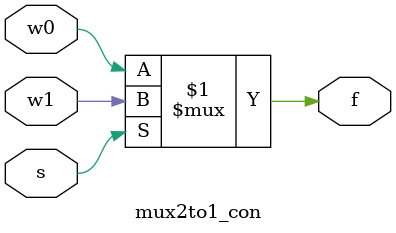
<source format=v>
module mux2to1_con(w0, w1, s, f);
    input w0, w1, s;
    output f;

    assign f = s ? w1 : w0;

endmodule
</source>
